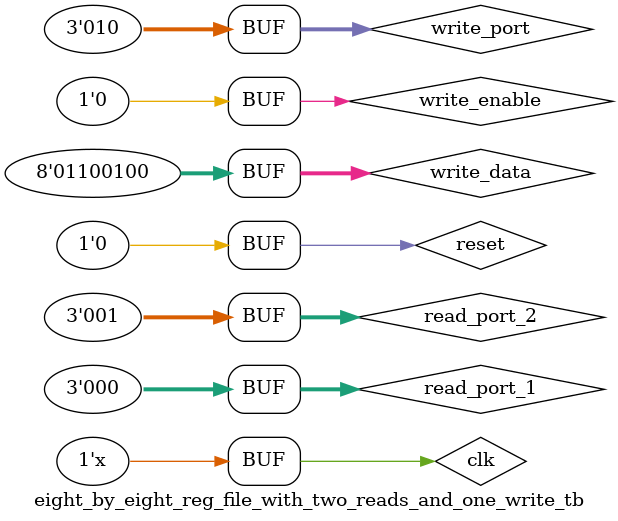
<source format=v>
module eight_by_eight_reg_file_with_two_reads_and_one_write #(parameter width = 8, depth = 8) (input [width - 1:0] write_data, input [2:0] read_port_1, read_port_2, write_port, input write_enable, reset, clk, output reg [width - 1:0] read_data_1, read_data_2);
	reg [width - 1:0] register [0:depth - 1];
	integer i;
	initial begin
	for(i = 0; i < depth; i = i + 1) 
		begin
			register[i]=0;
		end
	end
	
	always@(posedge clk or posedge reset) 
	begin
		if(reset) 
			begin
				read_data_1 = 8'bx;
				read_data_2 = 8'bx;
				for(i = 0; i < depth; i = i + 1) 
					begin
					register[i] = 0;
					end
			end
		else 
			begin
				if(write_enable) 
					begin
						register[write_port] = write_data;
					end
				else 
					begin
						read_data_1 = register[read_port_1];
						read_data_2 = register[read_port_2];
					end
			end
	end
endmodule

module eight_by_eight_reg_file_with_two_reads_and_one_write_tb #(parameter width = 8);
	reg [width - 1:0] write_data;
	reg [2:0] read_port_1, read_port_2, write_port;
	
	reg write_enable, reset, clk;
	wire [width - 1:0] read_data_1, read_data_2;
	
	eight_by_eight_reg_file_with_two_reads_and_one_write instance1 (write_data, read_port_1, read_port_2, write_port, write_enable, reset, clk, read_data_1, read_data_2);
	
	initial clk = 1'b1;
	initial 
		begin
			write_data = 100;
			write_port = 3'b000;
			read_port_1 = 3'b000;
			read_port_2 = 3'b000;
			write_enable = 1;
			reset = 0;
			#10;
			
			write_data = 50;
			write_port = 3'b001;
			read_port_1 = 3'b000;
			read_port_2 = 3'b000;
			write_enable = 1;
			reset = 0;
			#10;
			
			write_data = 100;
			write_port = 3'b010;
			read_port_1 = 3'b000;
			read_port_2 = 3'b001;
			write_enable = 0;
			reset = 0;
			#10;
			
			write_data = 20;
			write_port = 3'b011;
			read_port_1 = 3'b000;
			read_port_2 = 3'b001;
			write_enable = 0;
			reset = 1;
			#10;
			
			write_data = 100;
			write_port = 3'b010;
			read_port_1 = 3'b000;
			read_port_2 = 3'b001;
			write_enable = 0;
			reset = 0;
			#10;
		end
	
	always #5 clk <= ~clk;
endmodule
</source>
